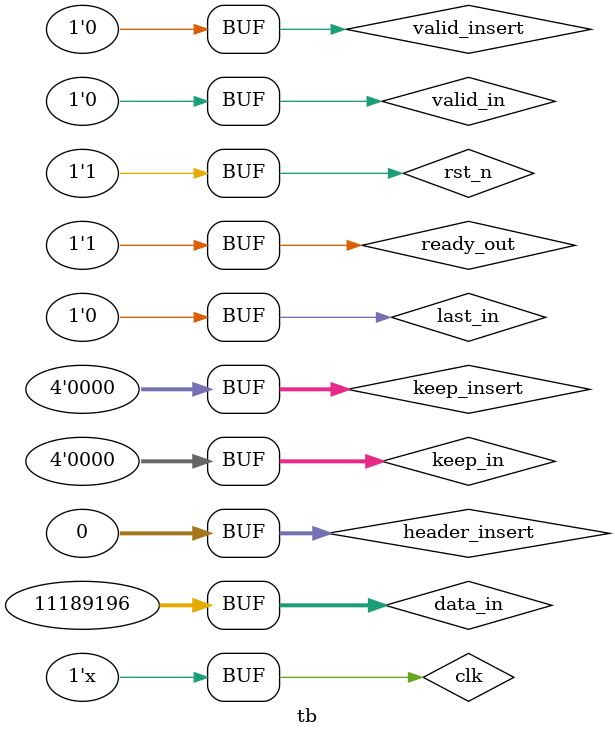
<source format=sv>
`timescale 1ns / 1ps
module tb
  #(
    parameter DATA_WD      = 32,
    parameter DATA_BYTE_WD = DATA_WD / 8
  )
  (
  );

  reg                        valid_in, last_in, ready_out, valid_insert;
  reg [DATA_WD - 1 : 0]      data_in, header_insert;
  reg [DATA_BYTE_WD - 1 : 0] keep_in, keep_insert;

  reg                        clk, rst_n;
  initial begin
    clk       = 0;
    rst_n     = 0;
    ready_out = 1;
    #20 rst_n = 1;
  end

  always #5 clk = !clk;

//  always @(posedge clk) begin
//    if(!rst_n) begin
//      ready_out    <= 0;
//      valid_in     <= 0;
//      valid_insert <= 0;
//    end
//    else begin
//      ready_out    <= $random;
//      valid_in     <= $random;
//      valid_insert <= $random;
//    end
//  end





//ex1: 1st beat of data is as fast as header
  initial begin
    valid_in      <= 0;
    last_in       <= 0;
    keep_in       <= 4'b0;
    data_in       <= 32'h0;
    ready_out     <= 1; //todo: consider random ready_out
    valid_insert  <= 0;
    header_insert <= 32'h0;
    keep_insert   <= 4'b0000;
    #105;
    valid_in      <= 1;
    valid_insert  <= 1;
    keep_in       <= 4'b1111;
    header_insert <= 32'hFFEE_DDCC;
    data_in       <= 32'hAABB_CCDD;
    keep_insert   <= 4'b0111;
    #10;
    valid_in      <= 1;
    valid_insert  <= 0;
    header_insert <= 32'h0;
    data_in       <= 32'hEEFF_0011;
    keep_insert   <= 4'b0;
    #10;
    valid_insert  <= 0;
    data_in       <= 32'h2233_4455;
    #10;
    valid_insert  <= 0;
    data_in       <= 32'h6677_8899;
    #10;
    data_in       <= 32'h00AA_BBCC;
    last_in       <= 1;
    keep_in       <= 4'b1100;
    #10;
    keep_in       <= 4'b0000;
    valid_in      <= 0;
    last_in       <= 0;
    #20;
  end

//ex2: 1st beat of data is faster than header
//  initial begin
//    valid_in      <= 0;
//    last_in       <= 0;
//    keep_in       <= 4'b0;
//    data_in       <= 32'h0;
//    ready_out     <= 1;
//    valid_insert  <= 0;
//    header_insert <= 32'h0;
//    keep_insert   <= 4'b0000;
//    #105;
//    valid_in      <= 1;
//    keep_in       <= 4'b1111;
//    valid_insert  <= 0;
//    header_insert <= 32'h0;
//    data_in       <= 32'hAABB_CCDD;
//    keep_insert   <= 4'b0;
//    #10;
//    valid_in      <= 1;
//    valid_insert  <= 0;
//    header_insert <= 32'h0;
//    data_in       <= 32'hAABB_CCDD;
//    keep_insert   <= 4'b0;
//    #10;
//    valid_in      <= 1;
//    valid_insert  <= 1;
//    header_insert <= 32'hFFEE_DDCC;
//    data_in       <= 32'hAABB_CCDD;
//    keep_insert   <= 4'b0001;
//    #10;
//    valid_in      <= 1;
//    valid_insert  <= 1;
//    header_insert <= 32'hFFEE_DDCC;
//    data_in       <= 32'hEEFF_0011;
//    keep_insert   <= 4'b0001;
//    #10;
//    valid_insert  <= 0;
//    header_insert <= 32'h0;
//    keep_insert   <= 4'b0;
//    data_in       <= 32'h2233_4455;
//    #10;
//    valid_insert  <= 0;
//    data_in       <= 32'h6677_8899;
//    #10;
//    data_in       <= 32'h00AA_BBCC;
//    last_in       <= 1;
//    keep_in       <= 4'b1100;
//    #10;
//    keep_in       <= 4'b0000;
//    valid_in      <= 0;
//    last_in       <= 0;
//    #20 $finish;
//  end

//ex3: 1st beat of data is slower than header
//  initial begin
//    valid_in      <= 0;
//    last_in       <= 0;
//    keep_in       <= 4'b0;
//    data_in       <= 32'h0;
//    ready_out     <= 1;
//    valid_insert  <= 0;
//    header_insert <= 32'h0;
//    keep_insert   <= 4'b0000;
//    #105;
//    valid_in      <= 0;
//    keep_in       <= 4'b0;
//    valid_insert  <= 1;
//    header_insert <= 32'hFFEE_DDCC;
//    data_in       <= 32'h0;
//    keep_insert   <= 4'b0111;
//    #10;
//    valid_in      <= 0;
//    valid_insert  <= 1;
//    header_insert <= 32'hFFEE_DDCC;
//    data_in       <= 32'h0;
//    keep_insert   <= 4'b0111;
//    #10;
//    valid_in      <= 1;
//    keep_in       <= 4'b1111;
//    valid_insert  <= 1;
//    header_insert <= 32'hFFEE_DDCC;
//    data_in       <= 32'hAABB_CCDD;
//    keep_insert   <= 4'b0111;
//    #10;
//    valid_in      <= 1;
//    valid_insert  <= 0;
//    header_insert <= 32'h0;
//    data_in       <= 32'hEEFF_0011;
//    keep_insert   <= 4'b0;
//    #10;
//    valid_insert  <= 0;
//    data_in       <= 32'h2233_4455;
//    #10;
//    valid_insert  <= 0;
//    data_in       <= 32'h6677_8899;
//    #10;
//    data_in       <= 32'h00AA_BBCC;
//    last_in       <= 1;
//    keep_in       <= 4'b1100;
//    #10;
//    keep_in       <= 4'b0000;
//    valid_in      <= 0;
//    last_in       <= 0;
//    #20 $finish;
//  end

//  reg [9 : 0]                counter;
//  always @(posedge clk) begin
//    if(!rst_n) counter <= 0;
//    else counter       <= counter + 1;
//  end
//
//  reg [7 : 0]                burst_length;
//  always @(posedge clk) begin
//    if(!rst_n) burst_length <= 0;
//    else burst_length       <= burst_length + 1;
//  end
//
//
//
//  data_master M_Data(
//    .counter(counter),
//    .burst_length(burst_length),
//    .valid_in(valid_in),
//    .last_in(last_in),
//    .keep_in(keep_in),
//    .data_in(data_in)
//  );
//
//  header_master M_Header(
//    .counter(counter),
//    .valid_insert(valid_insert),
//    .keep_insert(keep_insert),
//    .header_insert(header_insert)
//  );



  axi_stream_insert_header DUT(
    .clk(clk),
    .rst_n(rst_n),
    .valid_in(valid_in),
    .data_in(data_in),
    .keep_in(keep_in),
    .last_in(last_in),
    .ready_in(),
    .valid_out(),
    .data_out(),
    .keep_out(),
    .last_out(),
    .ready_out(ready_out),
    .valid_insert(valid_insert),
    .header_insert(header_insert),
    .keep_insert(keep_insert),
    .ready_insert()
  );



endmodule

</source>
